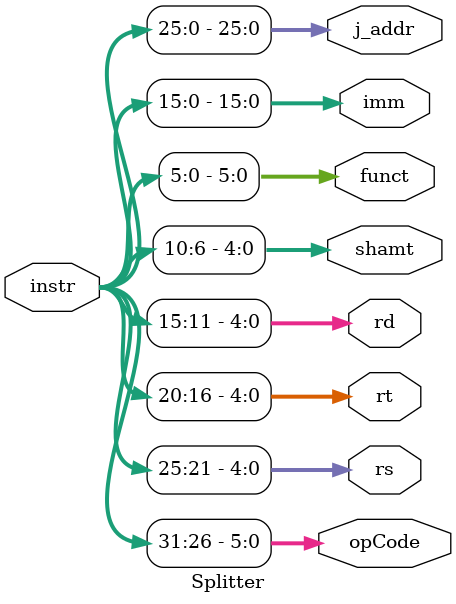
<source format=v>
module Splitter (
    input   [31:0]  instr,
    output  [5:0]   opCode,
    output  [4:0]   rs, rt, rd,
    output  [4:0]   shamt,
    output  [5:0]   funct,
    output  [15:0]  imm,
    output  [25:0]  j_addr
);

    assign {opCode, rs, rt, rd, shamt, funct} = instr;
    assign imm      = instr[15:0];
    assign j_addr   = instr[25:0];
    
endmodule
</source>
